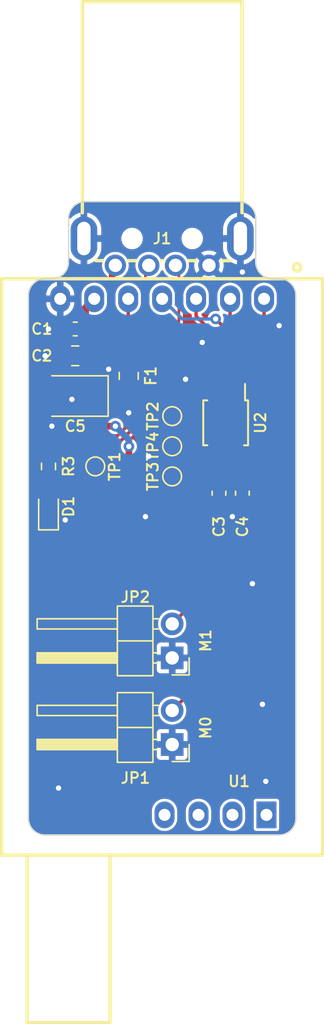
<source format=kicad_pcb>
(kicad_pcb (version 20221018) (generator pcbnew)
  (layers (0 "F.Cu" signal) (31 "B.Cu" signal) (34 "B.Paste" user) (35 "F.Paste" user) (36 "B.SilkS" user "B.Silkscreen") (37 "F.SilkS" user "F.Silkscreen") (38 "B.Mask" user) (39 "F.Mask" user) (44 "Edge.Cuts" user))
  (net 0 "")
  (net 1 "VCC")
  (net 2 "GND")
  (net 3 "Net-(U2-V3)")
  (net 4 "Net-(D1-A)")
  (net 5 "Net-(J1-VBUS)")
  (net 6 "/USB_D-")
  (net 7 "/USB_D+")
  (net 8 "Net-(JP1-B)")
  (net 9 "Net-(JP2-B)")
  (net 10 "Net-(U1-AUX)")
  (net 11 "/RXD")
  (net 12 "/TXD")
  (net 17 "Net-(U2-~{CTS})")
  (net 18 "Net-(U2-TNOW{slash}~{DTR})")
  (net 19 "Net-(U2-~{RTS})")
  (footprint "TestPoint:TestPoint_Pad_D1.0mm" (layer "F.Cu") (at 125.75 92 90)
    (fp_text reference "TP2" (at 0 -1.448 90) (layer "F.SilkS") (effects (font (size 0.8 0.8))))
    (fp_text value "TestPoint")
    (fp_circle (center 0 0) (end 0 0.7) (stroke (width 0.12)) (fill none) (layer "F.SilkS"))
    (pad "1" smd circle (at 0 0 90) (size 1 1) (layers "F.Cu" "F.Mask") (net 17 "Net-(U2-~{CTS})"))
  )
  (footprint "Fuse:Fuse_0805_2012Metric" (layer "F.Cu") (at 122.5 89 -90)
    (fp_text reference "F1" (at 0 -1.65 90) (layer "F.SilkS") (effects (font (size 0.8 0.8))))
    (fp_text value "1A")
    (fp_line (start -0.258578 -0.71) (end 0.258578 -0.71) (stroke (width 0.12)) (layer "F.SilkS"))
    (fp_line (start -0.258578 0.71) (end 0.258578 0.71) (stroke (width 0.12)) (layer "F.SilkS"))
    (pad "1" smd roundrect (at -0.9375 0 270) (size 0.975 1.4) (layers "F.Cu" "F.Paste" "F.Mask") (net 5 "Net-(J1-VBUS)"))
    (pad "2" smd roundrect (at 0.9375 0 270) (size 0.975 1.4) (layers "F.Cu" "F.Paste" "F.Mask") (net 1 "VCC"))
  )
  (footprint "Capacitor_SMD:C_0603_1608Metric" (layer "F.Cu") (at 118.5 85.5 180)
    (fp_text reference "C1" (at 2.5 0) (layer "F.SilkS") (effects (font (size 0.8 0.8))))
    (fp_text value "0.1uF")
    (fp_line (start -0.14058 -0.51) (end 0.14058 -0.51) (stroke (width 0.12)) (layer "F.SilkS"))
    (fp_line (start -0.14058 0.51) (end 0.14058 0.51) (stroke (width 0.12)) (layer "F.SilkS"))
    (pad "1" smd roundrect (at -0.775 0 180) (size 0.9 0.95) (layers "F.Cu" "F.Paste" "F.Mask") (net 1 "VCC"))
    (pad "2" smd roundrect (at 0.775 0 180) (size 0.9 0.95) (layers "F.Cu" "F.Paste" "F.Mask") (net 2 "GND"))
  )
  (footprint "Package_SO:MSOP-10_3x3mm_P0.5mm" (layer "F.Cu") (at 129.75 92.5 -90)
    (fp_text reference "U2" (at 0 -2.6 90) (layer "F.SilkS") (effects (font (size 0.8 0.8))))
    (fp_text value "CH340X")
    (fp_line (start -1.675 -1.675) (end -1.675 -1.45) (stroke (width 0.15)) (layer "F.SilkS"))
    (fp_line (start -1.675 -1.675) (end 1.675 -1.675) (stroke (width 0.15)) (layer "F.SilkS"))
    (fp_line (start -1.675 -1.45) (end -2.9 -1.45) (stroke (width 0.15)) (layer "F.SilkS"))
    (fp_line (start -1.675 1.675) (end -1.675 1.375) (stroke (width 0.15)) (layer "F.SilkS"))
    (fp_line (start -1.675 1.675) (end 1.675 1.675) (stroke (width 0.15)) (layer "F.SilkS"))
    (fp_line (start 1.675 -1.675) (end 1.675 -1.375) (stroke (width 0.15)) (layer "F.SilkS"))
    (fp_line (start 1.675 1.675) (end 1.675 1.375) (stroke (width 0.15)) (layer "F.SilkS"))
    (pad "1" smd rect (at -2.2 -1 270) (size 1.4 0.3) (layers "F.Cu" "F.Paste" "F.Mask") (net 7 "/USB_D+"))
    (pad "2" smd rect (at -2.2 -0.5 270) (size 1.4 0.3) (layers "F.Cu" "F.Paste" "F.Mask") (net 6 "/USB_D-"))
    (pad "3" smd rect (at -2.2 0 270) (size 1.4 0.3) (layers "F.Cu" "F.Paste" "F.Mask") (net 2 "GND"))
    (pad "4" smd rect (at -2.2 0.5 270) (size 1.4 0.3) (layers "F.Cu" "F.Paste" "F.Mask") (net 19 "Net-(U2-~{RTS})"))
    (pad "5" smd rect (at -2.2 1 270) (size 1.4 0.3) (layers "F.Cu" "F.Paste" "F.Mask") (net 17 "Net-(U2-~{CTS})"))
    (pad "6" smd rect (at 2.2 1 270) (size 1.4 0.3) (layers "F.Cu" "F.Paste" "F.Mask") (net 18 "Net-(U2-TNOW{slash}~{DTR})"))
    (pad "7" smd rect (at 2.2 0.5 270) (size 1.4 0.3) (layers "F.Cu" "F.Paste" "F.Mask") (net 1 "VCC"))
    (pad "8" smd rect (at 2.2 0 270) (size 1.4 0.3) (layers "F.Cu" "F.Paste" "F.Mask") (net 11 "/RXD"))
    (pad "9" smd rect (at 2.2 -0.5 270) (size 1.4 0.3) (layers "F.Cu" "F.Paste" "F.Mask") (net 12 "/TXD"))
    (pad "10" smd rect (at 2.2 -1 270) (size 1.4 0.3) (layers "F.Cu" "F.Paste" "F.Mask") (net 3 "Net-(U2-V3)"))
  )
  (footprint "Capacitor_SMD:C_0603_1608Metric" (layer "F.Cu") (at 129.25 97.75 -90)
    (fp_text reference "C3" (at 2.5 0 90) (layer "F.SilkS") (effects (font (size 0.8 0.8))))
    (fp_text value "0.1uF")
    (fp_line (start -0.14058 -0.51) (end 0.14058 -0.51) (stroke (width 0.12)) (layer "F.SilkS"))
    (fp_line (start -0.14058 0.51) (end 0.14058 0.51) (stroke (width 0.12)) (layer "F.SilkS"))
    (pad "1" smd roundrect (at -0.775 0 270) (size 0.9 0.95) (layers "F.Cu" "F.Paste" "F.Mask") (net 1 "VCC"))
    (pad "2" smd roundrect (at 0.775 0 270) (size 0.9 0.95) (layers "F.Cu" "F.Paste" "F.Mask") (net 2 "GND"))
  )
  (footprint "Connector_PinHeader_2.54mm:PinHeader_1x02_P2.54mm_Horizontal" (layer "F.Cu") (at 125.75 110.04 180)
    (fp_text reference "JP2" (at 2.75 4.54 180) (layer "F.SilkS") (effects (font (size 0.8 0.8))))
    (fp_text value "M1" (at -2.5 1.29 90) (layer "F.SilkS") (effects (font (size 0.8 0.8))))
    (fp_line (start -1.27 -1.27) (end 0 -1.27) (stroke (width 0.12)) (layer "F.SilkS"))
    (fp_line (start -1.27 0) (end -1.27 -1.27) (stroke (width 0.12)) (layer "F.SilkS"))
    (fp_line (start 1.042929 2.16) (end 1.44 2.16) (stroke (width 0.12)) (layer "F.SilkS"))
    (fp_line (start 1.042929 2.92) (end 1.44 2.92) (stroke (width 0.12)) (layer "F.SilkS"))
    (fp_line (start 1.11 -0.38) (end 1.44 -0.38) (stroke (width 0.12)) (layer "F.SilkS"))
    (fp_line (start 1.11 0.38) (end 1.44 0.38) (stroke (width 0.12)) (layer "F.SilkS"))
    (fp_line (start 1.44 -1.33) (end 1.44 3.87) (stroke (width 0.12)) (layer "F.SilkS"))
    (fp_line (start 1.44 1.27) (end 4.1 1.27) (stroke (width 0.12)) (layer "F.SilkS"))
    (fp_line (start 1.44 3.87) (end 4.1 3.87) (stroke (width 0.12)) (layer "F.SilkS"))
    (fp_line (start 4.1 -1.33) (end 1.44 -1.33) (stroke (width 0.12)) (layer "F.SilkS"))
    (fp_line (start 4.1 -0.38) (end 10.1 -0.38) (stroke (width 0.12)) (layer "F.SilkS"))
    (fp_line (start 4.1 -0.32) (end 10.1 -0.32) (stroke (width 0.12)) (layer "F.SilkS"))
    (fp_line (start 4.1 -0.2) (end 10.1 -0.2) (stroke (width 0.12)) (layer "F.SilkS"))
    (fp_line (start 4.1 -0.08) (end 10.1 -0.08) (stroke (width 0.12)) (layer "F.SilkS"))
    (fp_line (start 4.1 0.04) (end 10.1 0.04) (stroke (width 0.12)) (layer "F.SilkS"))
    (fp_line (start 4.1 0.16) (end 10.1 0.16) (stroke (width 0.12)) (layer "F.SilkS"))
    (fp_line (start 4.1 0.28) (end 10.1 0.28) (stroke (width 0.12)) (layer "F.SilkS"))
    (fp_line (start 4.1 2.16) (end 10.1 2.16) (stroke (width 0.12)) (layer "F.SilkS"))
    (fp_line (start 4.1 3.87) (end 4.1 -1.33) (stroke (width 0.12)) (layer "F.SilkS"))
    (fp_line (start 10.1 -0.38) (end 10.1 0.38) (stroke (width 0.12)) (layer "F.SilkS"))
    (fp_line (start 10.1 0.38) (end 4.1 0.38) (stroke (width 0.12)) (layer "F.SilkS"))
    (fp_line (start 10.1 2.16) (end 10.1 2.92) (stroke (width 0.12)) (layer "F.SilkS"))
    (fp_line (start 10.1 2.92) (end 4.1 2.92) (stroke (width 0.12)) (layer "F.SilkS"))
    (pad "1" thru_hole rect (at 0 0 180) (size 1.7 1.7) (drill 1) (layers "*.Cu" "*.Mask") (net 2 "GND"))
    (pad "2" thru_hole oval (at 0 2.54 180) (size 1.7 1.7) (drill 1) (layers "*.Cu" "*.Mask") (net 9 "Net-(JP2-B)"))
  )
  (footprint "Capacitor_SMD:C_0603_1608Metric" (layer "F.Cu") (at 131 97.75 -90)
    (fp_text reference "C4" (at 2.5 0 90) (layer "F.SilkS") (effects (font (size 0.8 0.8))))
    (fp_text value "0.1uF")
    (fp_line (start -0.14058 -0.51) (end 0.14058 -0.51) (stroke (width 0.12)) (layer "F.SilkS"))
    (fp_line (start -0.14058 0.51) (end 0.14058 0.51) (stroke (width 0.12)) (layer "F.SilkS"))
    (pad "1" smd roundrect (at -0.775 0 270) (size 0.9 0.95) (layers "F.Cu" "F.Paste" "F.Mask") (net 3 "Net-(U2-V3)"))
    (pad "2" smd roundrect (at 0.775 0 270) (size 0.9 0.95) (layers "F.Cu" "F.Paste" "F.Mask") (net 2 "GND"))
  )
  (footprint "Connector_PinHeader_2.54mm:PinHeader_1x02_P2.54mm_Horizontal" (layer "F.Cu") (at 125.75 116.5 180)
    (fp_text reference "JP1" (at 2.75 -2.5) (layer "F.SilkS") (effects (font (size 0.8 0.8))))
    (fp_text value "M0" (at -2.5 1.25 90) (layer "F.SilkS") (effects (font (size 0.8 0.8))))
    (fp_line (start -1.27 -1.27) (end 0 -1.27) (stroke (width 0.12)) (layer "F.SilkS"))
    (fp_line (start -1.27 0) (end -1.27 -1.27) (stroke (width 0.12)) (layer "F.SilkS"))
    (fp_line (start 1.042929 2.16) (end 1.44 2.16) (stroke (width 0.12)) (layer "F.SilkS"))
    (fp_line (start 1.042929 2.92) (end 1.44 2.92) (stroke (width 0.12)) (layer "F.SilkS"))
    (fp_line (start 1.11 -0.38) (end 1.44 -0.38) (stroke (width 0.12)) (layer "F.SilkS"))
    (fp_line (start 1.11 0.38) (end 1.44 0.38) (stroke (width 0.12)) (layer "F.SilkS"))
    (fp_line (start 1.44 -1.33) (end 1.44 3.87) (stroke (width 0.12)) (layer "F.SilkS"))
    (fp_line (start 1.44 1.27) (end 4.1 1.27) (stroke (width 0.12)) (layer "F.SilkS"))
    (fp_line (start 1.44 3.87) (end 4.1 3.87) (stroke (width 0.12)) (layer "F.SilkS"))
    (fp_line (start 4.1 -1.33) (end 1.44 -1.33) (stroke (width 0.12)) (layer "F.SilkS"))
    (fp_line (start 4.1 -0.38) (end 10.1 -0.38) (stroke (width 0.12)) (layer "F.SilkS"))
    (fp_line (start 4.1 -0.32) (end 10.1 -0.32) (stroke (width 0.12)) (layer "F.SilkS"))
    (fp_line (start 4.1 -0.2) (end 10.1 -0.2) (stroke (width 0.12)) (layer "F.SilkS"))
    (fp_line (start 4.1 -0.08) (end 10.1 -0.08) (stroke (width 0.12)) (layer "F.SilkS"))
    (fp_line (start 4.1 0.04) (end 10.1 0.04) (stroke (width 0.12)) (layer "F.SilkS"))
    (fp_line (start 4.1 0.16) (end 10.1 0.16) (stroke (width 0.12)) (layer "F.SilkS"))
    (fp_line (start 4.1 0.28) (end 10.1 0.28) (stroke (width 0.12)) (layer "F.SilkS"))
    (fp_line (start 4.1 2.16) (end 10.1 2.16) (stroke (width 0.12)) (layer "F.SilkS"))
    (fp_line (start 4.1 3.87) (end 4.1 -1.33) (stroke (width 0.12)) (layer "F.SilkS"))
    (fp_line (start 10.1 -0.38) (end 10.1 0.38) (stroke (width 0.12)) (layer "F.SilkS"))
    (fp_line (start 10.1 0.38) (end 4.1 0.38) (stroke (width 0.12)) (layer "F.SilkS"))
    (fp_line (start 10.1 2.16) (end 10.1 2.92) (stroke (width 0.12)) (layer "F.SilkS"))
    (fp_line (start 10.1 2.92) (end 4.1 2.92) (stroke (width 0.12)) (layer "F.SilkS"))
    (pad "1" thru_hole rect (at 0 0 180) (size 1.7 1.7) (drill 1) (layers "*.Cu" "*.Mask") (net 2 "GND"))
    (pad "2" thru_hole oval (at 0 2.54 180) (size 1.7 1.7) (drill 1) (layers "*.Cu" "*.Mask") (net 8 "Net-(JP1-B)"))
  )
  (footprint "TestPoint:TestPoint_Pad_D1.0mm" (layer "F.Cu") (at 125.75 96.5 90)
    (fp_text reference "TP3" (at 0 -1.448 90) (layer "F.SilkS") (effects (font (size 0.8 0.8))))
    (fp_text value "TestPoint")
    (fp_circle (center 0 0) (end 0 0.7) (stroke (width 0.12)) (fill none) (layer "F.SilkS"))
    (pad "1" smd circle (at 0 0 90) (size 1 1) (layers "F.Cu" "F.Mask") (net 18 "Net-(U2-TNOW{slash}~{DTR})"))
  )
  (footprint "TestPoint:TestPoint_Pad_D1.0mm" (layer "F.Cu") (at 125.75 94.25 90)
    (fp_text reference "TP4" (at 0 -1.448 90) (layer "F.SilkS") (effects (font (size 0.8 0.8))))
    (fp_text value "TestPoint")
    (fp_circle (center 0 0) (end 0 0.7) (stroke (width 0.12)) (fill none) (layer "F.SilkS"))
    (pad "1" smd circle (at 0 0 90) (size 1 1) (layers "F.Cu" "F.Mask") (net 19 "Net-(U2-~{RTS})"))
  )
  (footprint "FOOTPRINTS:USB-A-TH_917-181A202ED60201" (layer "F.Cu") (at 125 79.75 180)
    (fp_text reference "J1" (at 0 1) (layer "F.SilkS") (effects (font (size 0.8 0.8))))
    (fp_text value "917-181A202ED60200" hide)
    (fp_line (start -5.969 18.669) (end -5.969 2.921) (stroke (width 0.254)) (layer "F.SilkS"))
    (fp_line (start -5.088 -0.651) (end -4.47 -0.651) (stroke (width 0.254)) (layer "F.SilkS"))
    (fp_line (start -2.53 -0.651) (end -1.97 -0.651) (stroke (width 0.254)) (layer "F.SilkS"))
    (fp_line (start -0.03 -0.651) (end 0.03 -0.651) (stroke (width 0.254)) (layer "F.SilkS"))
    (fp_line (start 1.97 -0.651) (end 2.53 -0.651) (stroke (width 0.254)) (layer "F.SilkS"))
    (fp_line (start 4.47 -0.651) (end 4.945 -0.651) (stroke (width 0.254)) (layer "F.SilkS"))
    (fp_line (start 5.969 2.921) (end 5.969 18.669) (stroke (width 0.254)) (layer "F.SilkS"))
    (fp_line (start 5.969 18.669) (end -5.969 18.669) (stroke (width 0.254)) (layer "F.SilkS"))
    (pad "" np_thru_hole circle locked (at -2.25 1 180) (size 1.1 1.1) (drill 1.1) (layers "*.Cu" "*.Mask"))
    (pad "" np_thru_hole circle locked (at 2.25 1 180) (size 1.1 1.1) (drill 1.1) (layers "*.Cu" "*.Mask"))
    (pad "1" thru_hole circle locked (at 3.5 -1 180) (size 1.6 1.6) (drill 1) (layers "*.Cu" "*.Paste" "*.Mask") (net 5 "Net-(J1-VBUS)"))
    (pad "2" thru_hole circle locked (at 1 -1 180) (size 1.6 1.6) (drill 1) (layers "*.Cu" "*.Paste" "*.Mask") (net 6 "/USB_D-"))
    (pad "3" thru_hole circle locked (at -1 -1 180) (size 1.6 1.6) (drill 1) (layers "*.Cu" "*.Paste" "*.Mask") (net 7 "/USB_D+"))
    (pad "4" thru_hole circle locked (at -3.5 -1 180) (size 1.6 1.6) (drill 1) (layers "*.Cu" "*.Paste" "*.Mask") (net 2 "GND"))
    (pad "5" thru_hole oval locked (at -5.85 1 180) (size 2 3.3) (drill oval 1 2.5) (layers "*.Cu" "*.Paste" "*.Mask") (net 2 "GND"))
    (pad "5" thru_hole oval locked (at 5.85 1 180) (size 2 3.3) (drill oval 1 2.5) (layers "*.Cu" "*.Paste" "*.Mask") (net 2 "GND"))
  )
  (footprint "Capacitor_Tantalum_SMD:CP_EIA-3528-15_AVX-H" (layer "F.Cu") (at 118.5 90.5 180)
    (fp_text reference "C5" (at 0 -2.25 180) (layer "F.SilkS") (effects (font (size 0.8 0.8))))
    (fp_text value "47uF")
    (fp_line (start -2.46 -1.51) (end -2.46 1.51) (stroke (width 0.12)) (layer "F.SilkS"))
    (fp_line (start -2.46 1.51) (end 1.75 1.51) (stroke (width 0.12)) (layer "F.SilkS"))
    (fp_line (start 1.75 -1.51) (end -2.46 -1.51) (stroke (width 0.12)) (layer "F.SilkS"))
    (pad "1" smd roundrect (at -1.5375 0 180) (size 1.325 2.35) (layers "F.Cu" "F.Paste" "F.Mask") (roundrect_rratio 0.1886792453) (net 1 "VCC"))
    (pad "2" smd roundrect (at 1.5375 0 180) (size 1.325 2.35) (layers "F.Cu" "F.Paste" "F.Mask") (roundrect_rratio 0.1886792453) (net 2 "GND"))
  )
  (footprint "Resistor_SMD:R_0603_1608Metric" (layer "F.Cu") (at 116.5 95.75 -90)
    (fp_text reference "R3" (at 0 -1.5 90) (layer "F.SilkS") (effects (font (size 0.8 0.8))))
    (fp_text value "1k")
    (fp_line (start -0.237258 -0.5225) (end 0.237258 -0.5225) (stroke (width 0.12)) (layer "F.SilkS"))
    (fp_line (start -0.237258 0.5225) (end 0.237258 0.5225) (stroke (width 0.12)) (layer "F.SilkS"))
    (pad "1" smd roundrect (at -0.825 0 270) (size 0.8 0.95) (layers "F.Cu" "F.Paste" "F.Mask") (net 10 "Net-(U1-AUX)"))
    (pad "2" smd roundrect (at 0.825 0 270) (size 0.8 0.95) (layers "F.Cu" "F.Paste" "F.Mask") (net 4 "Net-(D1-A)"))
  )
  (footprint "Capacitor_SMD:C_0805_2012Metric" (layer "F.Cu") (at 118.5 87.5 180)
    (fp_text reference "C2" (at 2.5 0) (layer "F.SilkS") (effects (font (size 0.8 0.8))))
    (fp_text value "10uF")
    (fp_line (start -0.261252 -0.735) (end 0.261252 -0.735) (stroke (width 0.12)) (layer "F.SilkS"))
    (fp_line (start -0.261252 0.735) (end 0.261252 0.735) (stroke (width 0.12)) (layer "F.SilkS"))
    (pad "1" smd roundrect (at -0.95 0 180) (size 1 1.45) (layers "F.Cu" "F.Paste" "F.Mask") (net 1 "VCC"))
    (pad "2" smd roundrect (at 0.95 0 180) (size 1 1.45) (layers "F.Cu" "F.Paste" "F.Mask") (net 2 "GND"))
  )
  (footprint "LED_SMD:LED_0603_1608Metric" (layer "F.Cu") (at 116.5 99 90)
    (fp_text reference "D1" (at 0.25 1.5 90) (layer "F.SilkS") (effects (font (size 0.8 0.8))))
    (fp_text value "STAT")
    (fp_line (start -1.485 -0.735) (end -1.485 0.735) (stroke (width 0.12)) (layer "F.SilkS"))
    (fp_line (start -1.485 0.735) (end 0.8 0.735) (stroke (width 0.12)) (layer "F.SilkS"))
    (fp_line (start 0.8 -0.735) (end -1.485 -0.735) (stroke (width 0.12)) (layer "F.SilkS"))
    (pad "1" smd roundrect (at -0.7875 0 90) (size 0.875 0.95) (layers "F.Cu" "F.Paste" "F.Mask") (net 2 "GND"))
    (pad "2" smd roundrect (at 0.7875 0 90) (size 0.875 0.95) (layers "F.Cu" "F.Paste" "F.Mask") (net 4 "Net-(D1-A)"))
  )
  (footprint "FOOTPRINTS:COMM-TH_E22-400T30D" (layer "F.Cu") (at 125.09 102.5)
    (fp_text reference "U1" (at 5.66 16.75) (layer "F.SilkS") (effects (font (size 0.8 0.8))))
    (fp_text value "E22-400T30D" hide)
    (fp_line (start -12.09 -20.75) (end 11.91 -20.75) (stroke (width 0.254)) (layer "F.SilkS"))
    (fp_line (start -12.09 22.25) (end -12.09 -20.75) (stroke (width 0.254)) (layer "F.SilkS"))
    (fp_line (start -10.19 22.25) (end -12.09 22.25) (stroke (width 0.254)) (layer "F.SilkS"))
    (fp_line (start -10.19 34.75) (end -10.19 22.25) (stroke (width 0.254)) (layer "F.SilkS"))
    (fp_line (start -3.99 22.25) (end -10.19 22.25) (stroke (width 0.254)) (layer "F.SilkS"))
    (fp_line (start -3.99 22.25) (end -3.99 34.75) (stroke (width 0.254)) (layer "F.SilkS"))
    (fp_line (start -3.99 34.75) (end -10.19 34.75) (stroke (width 0.254)) (layer "F.SilkS"))
    (fp_line (start 11.91 -20.75) (end 11.91 22.25) (stroke (width 0.254)) (layer "F.SilkS"))
    (fp_line (start 11.91 22.25) (end -3.99 22.25) (stroke (width 0.254)) (layer "F.SilkS"))
    (fp_circle (center 10 -21.6) (end 10.283 -21.6) (stroke (width 0.254)) (fill none) (layer "F.SilkS"))
    (pad "1" thru_hole oval locked (at 7.53 -19.25) (size 1.5 2) (drill 0.9) (layers "*.Cu" "*.Paste" "*.Mask") (net 8 "Net-(JP1-B)"))
    (pad "2" thru_hole oval locked (at 4.99 -19.25) (size 1.5 2) (drill 0.9) (layers "*.Cu" "*.Paste" "*.Mask") (net 9 "Net-(JP2-B)"))
    (pad "3" thru_hole oval locked (at 2.45 -19.25) (size 1.5 2) (drill 0.9) (layers "*.Cu" "*.Paste" "*.Mask") (net 11 "/RXD"))
    (pad "4" thru_hole oval locked (at -0.09 -19.25) (size 1.5 2) (drill 0.9) (layers "*.Cu" "*.Paste" "*.Mask") (net 12 "/TXD"))
    (pad "5" thru_hole oval locked (at -2.63 -19.25) (size 1.5 2) (drill 0.9) (layers "*.Cu" "*.Paste" "*.Mask") (net 10 "Net-(U1-AUX)"))
    (pad "6" thru_hole oval locked (at -5.17 -19.25) (size 1.5 2) (drill 0.9) (layers "*.Cu" "*.Paste" "*.Mask") (net 1 "VCC"))
    (pad "7" thru_hole oval locked (at -7.71 -19.25) (size 1.5 2) (drill 0.9) (layers "*.Cu" "*.Paste" "*.Mask") (net 2 "GND"))
    (pad "8" thru_hole oval locked (at 0.09 19.25) (size 1.5 2) (drill 0.9) (layers "*.Cu" "*.Paste" "*.Mask"))
    (pad "9" thru_hole oval locked (at 2.63 19.25) (size 1.5 2) (drill 0.9) (layers "*.Cu" "*.Paste" "*.Mask"))
    (pad "10" thru_hole oval locked (at 5.17 19.25) (size 1.5 2) (drill 0.9) (layers "*.Cu" "*.Paste" "*.Mask"))
    (pad "11" thru_hole rect locked (at 7.71 19.25) (size 1.5 2) (drill 0.9) (layers "*.Cu" "*.Paste" "*.Mask"))
  )
  (footprint "TestPoint:TestPoint_Pad_D1.0mm" (layer "F.Cu") (at 120 95.75 -90)
    (fp_text reference "TP1" (at 0 -1.448 90) (layer "F.SilkS") (effects (font (size 0.8 0.8))))
    (fp_text value "TestPoint")
    (fp_circle (center 0 0) (end 0 0.7) (stroke (width 0.12)) (fill none) (layer "F.SilkS"))
    (pad "1" smd circle (at 0 0 270) (size 1 1) (layers "F.Cu" "F.Mask") (net 10 "Net-(U1-AUX)"))
  )
  (gr_line (start 132 77.25) (end 132 80.5) (stroke (width 0.1)) (layer "Edge.Cuts"))
  (gr_arc (start 130.75 76) (mid 131.633883 76.366117) (end 132 77.25) (stroke (width 0.1)) (layer "Edge.Cuts"))
  (gr_arc (start 116.25 123.25) (mid 115.366117 122.883883) (end 115 122) (stroke (width 0.1)) (layer "Edge.Cuts"))
  (gr_line (start 135 83) (end 135 122) (stroke (width 0.1)) (layer "Edge.Cuts"))
  (gr_line (start 133.25 81.75) (end 133.75 81.75) (stroke (width 0.1)) (layer "Edge.Cuts"))
  (gr_line (start 115 83) (end 115 122) (stroke (width 0.1)) (layer "Edge.Cuts"))
  (gr_arc (start 118 80.5) (mid 117.633883 81.383883) (end 116.75 81.75) (stroke (width 0.1)) (layer "Edge.Cuts"))
  (gr_line (start 116.25 123.25) (end 133.75 123.25) (stroke (width 0.1)) (layer "Edge.Cuts"))
  (gr_arc (start 118 77.25) (mid 118.366117 76.366117) (end 119.25 76) (stroke (width 0.1)) (layer "Edge.Cuts"))
  (gr_line (start 116.75 81.75) (end 116.25 81.75) (stroke (width 0.1)) (layer "Edge.Cuts"))
  (gr_arc (start 135 122) (mid 134.633883 122.883883) (end 133.75 123.25) (stroke (width 0.1)) (layer "Edge.Cuts"))
  (gr_arc (start 133.75 81.75) (mid 134.633883 82.116117) (end 135 83) (stroke (width 0.1)) (layer "Edge.Cuts"))
  (gr_line (start 119.25 76) (end 130.75 76) (stroke (width 0.1)) (layer "Edge.Cuts"))
  (gr_arc (start 133.25 81.75) (mid 132.366117 81.383883) (end 132 80.5) (stroke (width 0.1)) (layer "Edge.Cuts"))
  (gr_arc (start 115 83) (mid 115.366117 82.116117) (end 116.25 81.75) (stroke (width 0.1)) (layer "Edge.Cuts"))
  (gr_line (start 118 77.25) (end 118 80.5) (stroke (width 0.1)) (layer "Edge.Cuts"))
  (segment (start 119.45 87.5) (end 119.45 89.9125) (width 0.5) (layer "F.Cu") (net 1))
  (segment (start 122.5 89.9375) (end 120.6 89.9375) (width 0.5) (layer "F.Cu") (net 1))
  (segment (start 120.0375 92.0375) (end 120.0375 90.5) (width 0.5) (layer "F.Cu") (net 1))
  (segment (start 119.45 89.9125) (end 120.0375 90.5) (width 0.5) (layer "F.Cu") (net 1))
  (segment (start 129.25 94.7) (end 129.25 96.975) (width 0.25) (layer "F.Cu") (net 1))
  (segment (start 128.525 96.975) (end 127.5 98) (width 0.5) (layer "F.Cu") (net 1))
  (segment (start 127.5 98) (end 124.75 98) (width 0.5) (layer "F.Cu") (net 1))
  (segment (start 119.275 85.5) (end 119.275 87.325) (width 0.5) (layer "F.Cu") (net 1))
  (segment (start 122.512653 95.762653) (end 122.512653 94.262653) (width 0.5) (layer "F.Cu") (net 1))
  (segment (start 121.5 92.75) (end 120.75 92.75) (width 0.5) (layer "F.Cu") (net 1))
  (segment (start 120.6 89.9375) (end 120.0375 90.5) (width 0.5) (layer "F.Cu") (net 1))
  (segment (start 129.25 96.975) (end 128.525 96.975) (width 0.5) (layer "F.Cu") (net 1))
  (segment (start 119.275 83.895) (end 119.92 83.25) (width 0.5) (layer "F.Cu") (net 1))
  (segment (start 122.75 96) (end 122.512653 95.762653) (width 0.5) (layer "F.Cu") (net 1))
  (segment (start 119.275 87.325) (end 119.45 87.5) (width 0.5) (layer "F.Cu") (net 1))
  (segment (start 120.75 92.75) (end 120.0375 92.0375) (width 0.5) (layer "F.Cu") (net 1))
  (segment (start 124.75 98) (end 122.75 96) (width 0.5) (layer "F.Cu") (net 1))
  (segment (start 119.275 85.5) (end 119.275 83.895) (width 0.5) (layer "F.Cu") (net 1))
  (via (at 121.5 92.75) (size 0.8) (drill 0.4) (layers "F.Cu" "B.Cu") (net 1))
  (via (at 122.512653 94.262653) (size 0.8) (drill 0.4) (layers "F.Cu" "B.Cu") (net 1))
  (segment (start 122.512653 94.262653) (end 122.512653 93.762653) (width 0.5) (layer "B.Cu") (net 1))
  (segment (start 122.512653 93.762653) (end 121.5 92.75) (width 0.5) (layer "B.Cu") (net 1))
  (segment (start 116.5 99.7875) (end 117.7125 99.7875) (width 0.25) (layer "F.Cu") (net 2))
  (segment (start 117.7125 99.7875) (end 117.75 99.75) (width 0.25) (layer "F.Cu") (net 2))
  (via (at 117.75 99.75) (size 0.8) (drill 0.4) (layers "F.Cu" "B.Cu") (net 2))
  (via (at 132.5 113.5) (size 0.8) (drill 0.4) (layers "F.Cu" "B.Cu") (net 2))
  (via (at 132.75 119.25) (size 0.8) (drill 0.4) (layers "F.Cu" "B.Cu") (net 2))
  (via (at 131 81.25) (size 0.8) (drill 0.4) (layers "F.Cu" "B.Cu") (net 2))
  (via (at 124 95) (size 0.8) (drill 0.4) (layers "F.Cu" "B.Cu") (net 2))
  (via (at 133.75 85.25) (size 0.8) (drill 0.4) (layers "F.Cu" "B.Cu") (net 2))
  (via (at 116.5 85.5) (size 0.8) (drill 0.4) (layers "F.Cu" "B.Cu") (net 2))
  (via (at 122.5 91.75) (size 0.8) (drill 0.4) (layers "F.Cu" "B.Cu") (net 2))
  (via (at 123.75 99.5) (size 0.8) (drill 0.4) (layers "F.Cu" "B.Cu") (net 2))
  (via (at 131.75 104.5) (size 0.8) (drill 0.4) (layers "F.Cu" "B.Cu") (net 2))
  (via (at 126.75 89.25) (size 0.8) (drill 0.4) (layers "F.Cu" "B.Cu") (net 2))
  (via (at 116.25 87.5) (size 0.8) (drill 0.4) (layers "F.Cu" "B.Cu") (net 2))
  (via (at 116.75 92.75) (size 0.8) (drill 0.4) (layers "F.Cu" "B.Cu") (net 2))
  (via (at 130.25 99.5) (size 0.8) (drill 0.4) (layers "F.Cu" "B.Cu") (net 2))
  (via (at 117.25 119.75) (size 0.8) (drill 0.4) (layers "F.Cu" "B.Cu") (net 2))
  (via (at 118.25 90.75) (size 0.8) (drill 0.4) (layers "F.Cu" "B.Cu") (net 2))
  (via (at 128 86.5) (size 0.8) (drill 0.4) (layers "F.Cu" "B.Cu") (net 2))
  (via (at 121 88.5) (size 0.8) (drill 0.4) (layers "F.Cu" "B.Cu") (net 2))
  (segment (start 130.75 96.725) (end 131 96.975) (width 0.25) (layer "F.Cu") (net 3))
  (segment (start 130.75 94.7) (end 130.75 96.725) (width 0.25) (layer "F.Cu") (net 3))
  (segment (start 116.5 96.575) (end 116.5 98.2125) (width 0.25) (layer "F.Cu") (net 4))
  (segment (start 121.26 80.99) (end 121.26 86.8225) (width 0.5) (layer "F.Cu") (net 5))
  (segment (start 121.5 80.75) (end 121.26 80.99) (width 0.5) (layer "F.Cu") (net 5))
  (segment (start 121.26 86.8225) (end 122.5 88.0625) (width 0.5) (layer "F.Cu") (net 5))
  (segment (start 130.25 90.3) (end 130.25 89.25) (width 0.2) (layer "F.Cu") (net 6))
  (segment (start 129.5 88.5) (end 128 88.5) (width 0.2) (layer "F.Cu") (net 6))
  (segment (start 130.25 89.25) (end 129.5 88.5) (width 0.2) (layer "F.Cu") (net 6))
  (segment (start 123.75 84.25) (end 123.75 81) (width 0.2) (layer "F.Cu") (net 6))
  (segment (start 123.75 81) (end 124 80.75) (width 0.2) (layer "F.Cu") (net 6))
  (segment (start 128 88.5) (end 123.75 84.25) (width 0.2) (layer "F.Cu") (net 6))
  (segment (start 130.75 89.184314) (end 130.75 90.3) (width 0.2) (layer "F.Cu") (net 7))
  (segment (start 126.25 86.184314) (end 128.165686 88.1) (width 0.2) (layer "F.Cu") (net 7))
  (segment (start 129.665685 88.1) (end 130.75 89.184314) (width 0.2) (layer "F.Cu") (net 7))
  (segment (start 128.165686 88.1) (end 129.665685 88.1) (width 0.2) (layer "F.Cu") (net 7))
  (segment (start 126 80.75) (end 126.25 81) (width 0.2) (layer "F.Cu") (net 7))
  (segment (start 126.25 81) (end 126.25 86.184314) (width 0.2) (layer "F.Cu") (net 7))
  (segment (start 133.75 87.5) (end 132.62 86.37) (width 0.25) (layer "F.Cu") (net 8))
  (segment (start 133.75 105.96) (end 133.75 87.5) (width 0.25) (layer "F.Cu") (net 8))
  (segment (start 132.62 86.37) (end 132.62 83.25) (width 0.25) (layer "F.Cu") (net 8))
  (segment (start 125.75 113.96) (end 133.75 105.96) (width 0.25) (layer "F.Cu") (net 8))
  (segment (start 133.2 100.05) (end 125.75 107.5) (width 0.25) (layer "F.Cu") (net 9))
  (segment (start 130.08 84.58) (end 133.2 87.7) (width 0.25) (layer "F.Cu") (net 9))
  (segment (start 133.2 87.7) (end 133.2 100.05) (width 0.25) (layer "F.Cu") (net 9))
  (segment (start 130.08 83.25) (end 130.08 84.58) (width 0.25) (layer "F.Cu") (net 9))
  (segment (start 116.5 94.925) (end 119.175 94.925) (width 0.25) (layer "F.Cu") (net 10))
  (segment (start 124.25 87.75) (end 122.46 85.96) (width 0.25) (layer "F.Cu") (net 10))
  (segment (start 124.25 91.5) (end 124.25 87.75) (width 0.25) (layer "F.Cu") (net 10))
  (segment (start 120 95.75) (end 124.25 91.5) (width 0.25) (layer "F.Cu") (net 10))
  (segment (start 119.175 94.925) (end 120 95.75) (width 0.25) (layer "F.Cu") (net 10))
  (segment (start 122.46 85.96) (end 122.46 83.25) (width 0.25) (layer "F.Cu") (net 10))
  (segment (start 131.75 91) (end 131.75 88.75) (width 0.25) (layer "F.Cu") (net 11))
  (segment (start 127.54 84.54) (end 127.54 83.25) (width 0.25) (layer "F.Cu") (net 11))
  (segment (start 129.75 93) (end 131.75 91) (width 0.25) (layer "F.Cu") (net 11))
  (segment (start 131.75 88.75) (end 127.54 84.54) (width 0.25) (layer "F.Cu") (net 11))
  (segment (start 129.75 94.7) (end 129.75 93) (width 0.25) (layer "F.Cu") (net 11))
  (segment (start 130.25 93.5) (end 130.25 94.7) (width 0.25) (layer "F.Cu") (net 12))
  (segment (start 132.5 88.25) (end 132.5 91.25) (width 0.25) (layer "F.Cu") (net 12))
  (segment (start 132.5 91.25) (end 130.25 93.5) (width 0.25) (layer "F.Cu") (net 12))
  (segment (start 129 84.75) (end 132.5 88.25) (width 0.25) (layer "F.Cu") (net 12))
  (via (at 129 84.75) (size 0.8) (drill 0.4) (layers "F.Cu" "B.Cu") (net 12))
  (segment (start 126.5 84.75) (end 125 83.25) (width 0.25) (layer "B.Cu") (net 12))
  (segment (start 129 84.75) (end 126.5 84.75) (width 0.25) (layer "B.Cu") (net 12))
  (segment (start 128.75 91.5) (end 128.25 92) (width 0.25) (layer "F.Cu") (net 17))
  (segment (start 128.75 90.3) (end 128.75 91.5) (width 0.25) (layer "F.Cu") (net 17))
  (segment (start 128.25 92) (end 125.75 92) (width 0.25) (layer "F.Cu") (net 17))
  (segment (start 128.75 94.7) (end 127.55 94.7) (width 0.25) (layer "F.Cu") (net 18))
  (segment (start 127.55 94.7) (end 125.75 96.5) (width 0.25) (layer "F.Cu") (net 18))
  (segment (start 129.25 90.3) (end 129.25 91.75) (width 0.25) (layer "F.Cu") (net 19))
  (segment (start 129.25 91.75) (end 126.75 94.25) (width 0.25) (layer "F.Cu") (net 19))
  (segment (start 126.75 94.25) (end 125.75 94.25) (width 0.25) (layer "F.Cu") (net 19))
  (zone (net 2) (net_name "GND") (layers "F&B.Cu") (connect_pads thru_hole_only (clearance 0.2)) (min_thickness 0.2) (fill yes (thermal_gap 0.3) (thermal_bridge_width 0.5))
    (polygon (pts (xy 115 74.5) (xy 135 74.5) (xy 135 123.25) (xy 115 123.25)))
  )
)
</source>
